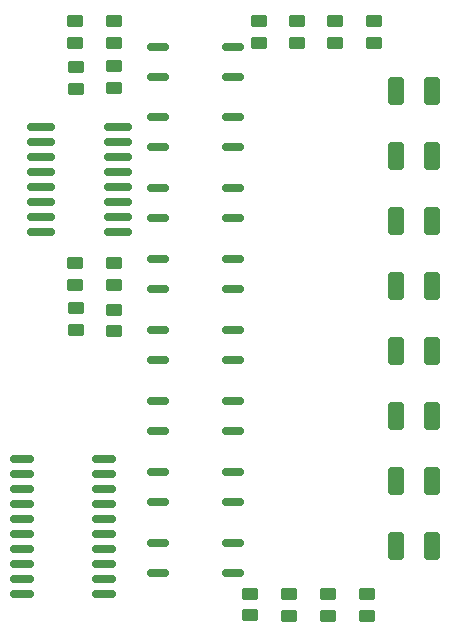
<source format=gbr>
%TF.GenerationSoftware,KiCad,Pcbnew,8.0.7*%
%TF.CreationDate,2025-01-01T13:27:56+01:00*%
%TF.ProjectId,expansion_a,65787061-6e73-4696-9f6e-5f612e6b6963,1*%
%TF.SameCoordinates,Original*%
%TF.FileFunction,Paste,Top*%
%TF.FilePolarity,Positive*%
%FSLAX46Y46*%
G04 Gerber Fmt 4.6, Leading zero omitted, Abs format (unit mm)*
G04 Created by KiCad (PCBNEW 8.0.7) date 2025-01-01 13:27:56*
%MOMM*%
%LPD*%
G01*
G04 APERTURE LIST*
G04 Aperture macros list*
%AMRoundRect*
0 Rectangle with rounded corners*
0 $1 Rounding radius*
0 $2 $3 $4 $5 $6 $7 $8 $9 X,Y pos of 4 corners*
0 Add a 4 corners polygon primitive as box body*
4,1,4,$2,$3,$4,$5,$6,$7,$8,$9,$2,$3,0*
0 Add four circle primitives for the rounded corners*
1,1,$1+$1,$2,$3*
1,1,$1+$1,$4,$5*
1,1,$1+$1,$6,$7*
1,1,$1+$1,$8,$9*
0 Add four rect primitives between the rounded corners*
20,1,$1+$1,$2,$3,$4,$5,0*
20,1,$1+$1,$4,$5,$6,$7,0*
20,1,$1+$1,$6,$7,$8,$9,0*
20,1,$1+$1,$8,$9,$2,$3,0*%
G04 Aperture macros list end*
%ADD10RoundRect,0.250000X-0.450000X0.262500X-0.450000X-0.262500X0.450000X-0.262500X0.450000X0.262500X0*%
%ADD11RoundRect,0.250000X-0.412500X-0.925000X0.412500X-0.925000X0.412500X0.925000X-0.412500X0.925000X0*%
%ADD12RoundRect,0.150000X-0.750000X-0.150000X0.750000X-0.150000X0.750000X0.150000X-0.750000X0.150000X0*%
%ADD13RoundRect,0.150000X-1.050000X-0.150000X1.050000X-0.150000X1.050000X0.150000X-1.050000X0.150000X0*%
%ADD14RoundRect,0.150000X-0.837500X-0.150000X0.837500X-0.150000X0.837500X0.150000X-0.837500X0.150000X0*%
G04 APERTURE END LIST*
D10*
%TO.C,R802*%
X83899000Y-57324500D03*
X83899000Y-59149500D03*
%TD*%
D11*
%TO.C,D401*%
X111061500Y-48237000D03*
X114136500Y-48237000D03*
%TD*%
D10*
%TO.C,R402*%
X87199000Y-36837000D03*
X87199000Y-38662000D03*
%TD*%
%TO.C,R501*%
X105899000Y-36824500D03*
X105899000Y-38649500D03*
%TD*%
D12*
%TO.C,U601*%
X90949000Y-56967000D03*
X90949000Y-59507000D03*
X97249000Y-59507000D03*
X97249000Y-56967000D03*
%TD*%
D11*
%TO.C,D801*%
X111061500Y-70237000D03*
X114136500Y-70237000D03*
%TD*%
%TO.C,D901*%
X111061500Y-75737000D03*
X114136500Y-75737000D03*
%TD*%
D12*
%TO.C,U301*%
X90949000Y-38967000D03*
X90949000Y-41507000D03*
X97249000Y-41507000D03*
X97249000Y-38967000D03*
%TD*%
D11*
%TO.C,D501*%
X111061500Y-53737000D03*
X114136500Y-53737000D03*
%TD*%
D10*
%TO.C,R701*%
X108599000Y-85337000D03*
X108599000Y-87162000D03*
%TD*%
%TO.C,R601*%
X109199000Y-36812000D03*
X109199000Y-38637000D03*
%TD*%
%TO.C,R702*%
X87199000Y-57324500D03*
X87199000Y-59149500D03*
%TD*%
D13*
%TO.C,U102*%
X81026000Y-45770800D03*
X81026000Y-47040800D03*
X81026000Y-48310800D03*
X81026000Y-49580800D03*
X81026000Y-50850800D03*
X81026000Y-52120800D03*
X81026000Y-53390800D03*
X81026000Y-54660800D03*
X87526000Y-54660800D03*
X87526000Y-53390800D03*
X87526000Y-52120800D03*
X87526000Y-50850800D03*
X87526000Y-49580800D03*
X87526000Y-48310800D03*
X87526000Y-47040800D03*
X87526000Y-45770800D03*
%TD*%
D10*
%TO.C,R801*%
X105299000Y-85337000D03*
X105299000Y-87162000D03*
%TD*%
D12*
%TO.C,U501*%
X90949000Y-50967000D03*
X90949000Y-53507000D03*
X97249000Y-53507000D03*
X97249000Y-50967000D03*
%TD*%
D11*
%TO.C,D301*%
X111061500Y-42737000D03*
X114136500Y-42737000D03*
%TD*%
D10*
%TO.C,R602*%
X87199000Y-40637000D03*
X87199000Y-42462000D03*
%TD*%
%TO.C,R901*%
X101999000Y-85324500D03*
X101999000Y-87149500D03*
%TD*%
D12*
%TO.C,U1001*%
X90949000Y-80967000D03*
X90949000Y-83507000D03*
X97249000Y-83507000D03*
X97249000Y-80967000D03*
%TD*%
%TO.C,U701*%
X90949000Y-62967000D03*
X90949000Y-65507000D03*
X97249000Y-65507000D03*
X97249000Y-62967000D03*
%TD*%
%TO.C,U901*%
X90949000Y-74967000D03*
X90949000Y-77507000D03*
X97249000Y-77507000D03*
X97249000Y-74967000D03*
%TD*%
D11*
%TO.C,D601*%
X111061500Y-59237000D03*
X114136500Y-59237000D03*
%TD*%
D14*
%TO.C,U101*%
X79436500Y-73922000D03*
X79436500Y-75192000D03*
X79436500Y-76462000D03*
X79436500Y-77732000D03*
X79436500Y-79002000D03*
X79436500Y-80272000D03*
X79436500Y-81542000D03*
X79436500Y-82812000D03*
X79436500Y-84082000D03*
X79436500Y-85352000D03*
X86361500Y-85352000D03*
X86361500Y-84082000D03*
X86361500Y-82812000D03*
X86361500Y-81542000D03*
X86361500Y-80272000D03*
X86361500Y-79002000D03*
X86361500Y-77732000D03*
X86361500Y-76462000D03*
X86361500Y-75192000D03*
X86361500Y-73922000D03*
%TD*%
D10*
%TO.C,R502*%
X83999000Y-40712000D03*
X83999000Y-42537000D03*
%TD*%
D12*
%TO.C,U801*%
X90949000Y-68967000D03*
X90949000Y-71507000D03*
X97249000Y-71507000D03*
X97249000Y-68967000D03*
%TD*%
D10*
%TO.C,R302*%
X83899000Y-36812000D03*
X83899000Y-38637000D03*
%TD*%
D12*
%TO.C,U401*%
X90949000Y-44967000D03*
X90949000Y-47507000D03*
X97249000Y-47507000D03*
X97249000Y-44967000D03*
%TD*%
D11*
%TO.C,D701*%
X111061500Y-64737000D03*
X114136500Y-64737000D03*
%TD*%
D10*
%TO.C,R301*%
X99499000Y-36824500D03*
X99499000Y-38649500D03*
%TD*%
%TO.C,R401*%
X102699000Y-36812000D03*
X102699000Y-38637000D03*
%TD*%
%TO.C,R1002*%
X83999000Y-61137000D03*
X83999000Y-62962000D03*
%TD*%
D11*
%TO.C,D1001*%
X111061500Y-81237000D03*
X114136500Y-81237000D03*
%TD*%
D10*
%TO.C,R902*%
X87199000Y-61237000D03*
X87199000Y-63062000D03*
%TD*%
%TO.C,R1001*%
X98699000Y-85312000D03*
X98699000Y-87137000D03*
%TD*%
M02*

</source>
